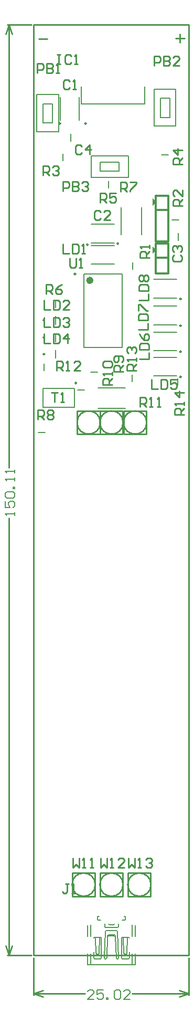
<source format=gto>
%FSLAX43Y43*%
%MOMM*%
G71*
G01*
G75*
%ADD10R,0.950X1.400*%
%ADD11R,0.900X1.400*%
%ADD12R,1.600X2.100*%
%ADD13O,2.000X0.600*%
%ADD14R,3.300X1.050*%
%ADD15R,1.050X2.950*%
%ADD16R,10.600X9.000*%
%ADD17R,0.600X1.550*%
%ADD18R,1.400X0.950*%
%ADD19R,1.050X3.300*%
%ADD20R,1.800X2.250*%
%ADD21R,1.050X1.400*%
%ADD22R,1.800X2.250*%
%ADD23R,2.100X1.600*%
%ADD24R,2.250X1.800*%
%ADD25C,0.800*%
%ADD26C,1.600*%
%ADD27C,2.000*%
%ADD28C,1.000*%
%ADD29C,0.500*%
%ADD30C,0.400*%
%ADD31C,0.700*%
%ADD32C,3.000*%
%ADD33C,1.500*%
%ADD34C,1.800*%
%ADD35C,0.600*%
%ADD36R,5.000X8.175*%
%ADD37C,0.254*%
%ADD38C,0.152*%
%ADD39R,1.524X1.524*%
%ADD40R,3.064X3.064*%
%ADD41O,1.600X2.300*%
%ADD42C,1.200*%
%ADD43R,1.524X1.524*%
%ADD44C,2.032*%
%ADD45C,1.524*%
%ADD46C,0.250*%
%ADD47C,0.200*%
%ADD48C,0.305*%
G36*
X19812Y113792D02*
X19177Y113157D01*
Y114427D01*
X19812Y113792D01*
D02*
G37*
G36*
Y121539D02*
X19177Y120904D01*
Y122174D01*
X19812Y121539D01*
D02*
G37*
D35*
X9376Y108913D02*
G03*
X9376Y108913I-300J0D01*
G01*
D37*
X18250Y85979D02*
G03*
X18250Y85979I-1867J0D01*
G01*
X14440D02*
G03*
X14440Y85979I-1867J0D01*
G01*
X10757D02*
G03*
X10757Y85979I-1867J0D01*
G01*
X18935Y11430D02*
G03*
X18935Y11430I-1867J0D01*
G01*
X14440D02*
G03*
X14440Y11430I-1867J0D01*
G01*
X9944D02*
G03*
X9944Y11430I-1867J0D01*
G01*
X14542Y87868D02*
X18224D01*
Y84113D02*
Y87868D01*
X14542Y84113D02*
Y87868D01*
Y84113D02*
X18224D01*
X10732Y87868D02*
X14414D01*
Y84113D02*
Y87868D01*
X10732Y84113D02*
Y87868D01*
Y84113D02*
X14414D01*
X7049Y87868D02*
X10731D01*
Y84113D02*
Y87868D01*
X7049Y84113D02*
Y87868D01*
Y84113D02*
X10731D01*
X15228Y13319D02*
X18910D01*
Y9564D02*
Y13319D01*
X15228Y9564D02*
Y13319D01*
Y9564D02*
X18910D01*
X10732Y13319D02*
X14414D01*
Y9564D02*
Y13319D01*
X10732Y9564D02*
Y13319D01*
Y9564D02*
X14414D01*
X6236Y13319D02*
X9918D01*
Y9564D02*
Y13319D01*
X6236Y9564D02*
Y13319D01*
Y9564D02*
X9918D01*
X825Y147850D02*
X2150D01*
X22900Y147950D02*
X24350D01*
X23650Y147250D02*
Y148650D01*
X17076Y96250D02*
X18600D01*
Y97266D01*
X17076Y97774D02*
X18600D01*
Y98535D01*
X18346Y98789D01*
X17330D01*
X17076Y98535D01*
Y97774D01*
Y100313D02*
X17330Y99805D01*
X17838Y99297D01*
X18346D01*
X18600Y99551D01*
Y100059D01*
X18346Y100313D01*
X18092D01*
X17838Y100059D01*
Y99297D01*
X16951Y100950D02*
X18475D01*
Y101966D01*
X16951Y102474D02*
X18475D01*
Y103235D01*
X18221Y103489D01*
X17205D01*
X16951Y103235D01*
Y102474D01*
Y103997D02*
Y105013D01*
X17205D01*
X18221Y103997D01*
X18475D01*
X19075Y92949D02*
Y91425D01*
X20091D01*
X20599Y92949D02*
Y91425D01*
X21360D01*
X21614Y91679D01*
Y92695D01*
X21360Y92949D01*
X20599D01*
X23138D02*
X22122D01*
Y92187D01*
X22630Y92441D01*
X22884D01*
X23138Y92187D01*
Y91679D01*
X22884Y91425D01*
X22376D01*
X22122Y91679D01*
X17001Y105725D02*
X18525D01*
Y106741D01*
X17001Y107249D02*
X18525D01*
Y108010D01*
X18271Y108264D01*
X17255D01*
X17001Y108010D01*
Y107249D01*
X17255Y108772D02*
X17001Y109026D01*
Y109534D01*
X17255Y109788D01*
X17509D01*
X17763Y109534D01*
X18017Y109788D01*
X18271D01*
X18525Y109534D01*
Y109026D01*
X18271Y108772D01*
X18017D01*
X17763Y109026D01*
X17509Y108772D01*
X17255D01*
X17763Y109026D02*
Y109534D01*
X3800Y145349D02*
X4308D01*
X4054D01*
Y143825D01*
X3800D01*
X4308D01*
X6085Y145095D02*
X5831Y145349D01*
X5324D01*
X5070Y145095D01*
Y144079D01*
X5324Y143825D01*
X5831D01*
X6085Y144079D01*
X6593Y143825D02*
X7101D01*
X6847D01*
Y145349D01*
X6593Y145095D01*
X5677Y11569D02*
X5169D01*
X5423D01*
Y10300D01*
X5169Y10046D01*
X4915D01*
X4661Y10300D01*
X6184Y10046D02*
X6692D01*
X6438D01*
Y11569D01*
X6184Y11315D01*
X1651Y105740D02*
Y104216D01*
X2667D01*
X3175Y105740D02*
Y104216D01*
X3936D01*
X4190Y104470D01*
Y105486D01*
X3936Y105740D01*
X3175D01*
X5714Y104216D02*
X4698D01*
X5714Y105232D01*
Y105486D01*
X5460Y105740D01*
X4952D01*
X4698Y105486D01*
X1651Y102946D02*
Y101422D01*
X2667D01*
X3175Y102946D02*
Y101422D01*
X3936D01*
X4190Y101676D01*
Y102692D01*
X3936Y102946D01*
X3175D01*
X4698Y102692D02*
X4952Y102946D01*
X5460D01*
X5714Y102692D01*
Y102438D01*
X5460Y102184D01*
X5206D01*
X5460D01*
X5714Y101930D01*
Y101676D01*
X5460Y101422D01*
X4952D01*
X4698Y101676D01*
X1651Y100279D02*
Y98755D01*
X2667D01*
X3175Y100279D02*
Y98755D01*
X3936D01*
X4190Y99009D01*
Y100025D01*
X3936Y100279D01*
X3175D01*
X5460Y98755D02*
Y100279D01*
X4698Y99517D01*
X5714D01*
X4700Y114799D02*
Y113275D01*
X5716D01*
X6224Y114799D02*
Y113275D01*
X6985D01*
X7239Y113529D01*
Y114545D01*
X6985Y114799D01*
X6224D01*
X7747Y113275D02*
X8255D01*
X8001D01*
Y114799D01*
X7747Y114545D01*
X550Y142400D02*
Y143924D01*
X1312D01*
X1566Y143670D01*
Y143162D01*
X1312Y142908D01*
X550D01*
X2074Y143924D02*
Y142400D01*
X2835D01*
X3089Y142654D01*
Y142908D01*
X2835Y143162D01*
X2074D01*
X2835D01*
X3089Y143416D01*
Y143670D01*
X2835Y143924D01*
X2074D01*
X3597Y142400D02*
X4105D01*
X3851D01*
Y143924D01*
X3597Y143670D01*
X19431Y143561D02*
Y145084D01*
X20193D01*
X20447Y144830D01*
Y144323D01*
X20193Y144069D01*
X19431D01*
X20955Y145084D02*
Y143561D01*
X21716D01*
X21970Y143815D01*
Y144069D01*
X21716Y144323D01*
X20955D01*
X21716D01*
X21970Y144576D01*
Y144830D01*
X21716Y145084D01*
X20955D01*
X23494Y143561D02*
X22478D01*
X23494Y144576D01*
Y144830D01*
X23240Y145084D01*
X22732D01*
X22478Y144830D01*
X4725Y123350D02*
Y124874D01*
X5487D01*
X5741Y124620D01*
Y124112D01*
X5487Y123858D01*
X4725D01*
X6249Y124874D02*
Y123350D01*
X7010D01*
X7264Y123604D01*
Y123858D01*
X7010Y124112D01*
X6249D01*
X7010D01*
X7264Y124366D01*
Y124620D01*
X7010Y124874D01*
X6249D01*
X7772Y124620D02*
X8026Y124874D01*
X8534D01*
X8788Y124620D01*
Y124366D01*
X8534Y124112D01*
X8280D01*
X8534D01*
X8788Y123858D01*
Y123604D01*
X8534Y123350D01*
X8026D01*
X7772Y123604D01*
X1500Y125875D02*
Y127399D01*
X2262D01*
X2516Y127145D01*
Y126637D01*
X2262Y126383D01*
X1500D01*
X2008D02*
X2516Y125875D01*
X3024Y127145D02*
X3277Y127399D01*
X3785D01*
X4039Y127145D01*
Y126891D01*
X3785Y126637D01*
X3531D01*
X3785D01*
X4039Y126383D01*
Y126129D01*
X3785Y125875D01*
X3277D01*
X3024Y126129D01*
X24050Y127675D02*
X22526D01*
Y128437D01*
X22780Y128691D01*
X23288D01*
X23542Y128437D01*
Y127675D01*
Y128183D02*
X24050Y128691D01*
Y129960D02*
X22526D01*
X23288Y129199D01*
Y130214D01*
X10725Y121425D02*
Y122949D01*
X11487D01*
X11741Y122695D01*
Y122187D01*
X11487Y121933D01*
X10725D01*
X11233D02*
X11741Y121425D01*
X13264Y122949D02*
X12249D01*
Y122187D01*
X12756Y122441D01*
X13010D01*
X13264Y122187D01*
Y121679D01*
X13010Y121425D01*
X12502D01*
X12249Y121679D01*
X675Y86450D02*
Y87974D01*
X1437D01*
X1691Y87720D01*
Y87212D01*
X1437Y86958D01*
X675D01*
X1183D02*
X1691Y86450D01*
X2199Y87720D02*
X2452Y87974D01*
X2960D01*
X3214Y87720D01*
Y87466D01*
X2960Y87212D01*
X3214Y86958D01*
Y86704D01*
X2960Y86450D01*
X2452D01*
X2199Y86704D01*
Y86958D01*
X2452Y87212D01*
X2199Y87466D01*
Y87720D01*
X2452Y87212D02*
X2960D01*
X14425Y94200D02*
X12901D01*
Y94962D01*
X13155Y95216D01*
X13663D01*
X13917Y94962D01*
Y94200D01*
Y94708D02*
X14425Y95216D01*
X14171Y95724D02*
X14425Y95977D01*
Y96485D01*
X14171Y96739D01*
X13155D01*
X12901Y96485D01*
Y95977D01*
X13155Y95724D01*
X13409D01*
X13663Y95977D01*
Y96739D01*
X12650Y92075D02*
X11126D01*
Y92837D01*
X11380Y93091D01*
X11888D01*
X12142Y92837D01*
Y92075D01*
Y92583D02*
X12650Y93091D01*
Y93599D02*
Y94106D01*
Y93852D01*
X11126D01*
X11380Y93599D01*
Y94868D02*
X11126Y95122D01*
Y95630D01*
X11380Y95884D01*
X12396D01*
X12650Y95630D01*
Y95122D01*
X12396Y94868D01*
X11380D01*
X17150Y88550D02*
Y90074D01*
X17912D01*
X18166Y89820D01*
Y89312D01*
X17912Y89058D01*
X17150D01*
X17658D02*
X18166Y88550D01*
X18674D02*
X19181D01*
X18927D01*
Y90074D01*
X18674Y89820D01*
X19943Y88550D02*
X20451D01*
X20197D01*
Y90074D01*
X19943Y89820D01*
X2032Y106756D02*
Y108280D01*
X2794D01*
X3048Y108026D01*
Y107518D01*
X2794Y107264D01*
X2032D01*
X2540D02*
X3048Y106756D01*
X4571Y108280D02*
X4063Y108026D01*
X3556Y107518D01*
Y107010D01*
X3809Y106756D01*
X4317D01*
X4571Y107010D01*
Y107264D01*
X4317Y107518D01*
X3556D01*
X16600Y94325D02*
X15076D01*
Y95087D01*
X15330Y95341D01*
X15838D01*
X16092Y95087D01*
Y94325D01*
Y94833D02*
X16600Y95341D01*
Y95849D02*
Y96356D01*
Y96102D01*
X15076D01*
X15330Y95849D01*
Y97118D02*
X15076Y97372D01*
Y97880D01*
X15330Y98134D01*
X15584D01*
X15838Y97880D01*
Y97626D01*
Y97880D01*
X16092Y98134D01*
X16346D01*
X16600Y97880D01*
Y97372D01*
X16346Y97118D01*
X18675Y112575D02*
X17151D01*
Y113337D01*
X17405Y113591D01*
X17913D01*
X18167Y113337D01*
Y112575D01*
Y113083D02*
X18675Y113591D01*
Y114099D02*
Y114606D01*
Y114352D01*
X17151D01*
X17405Y114099D01*
X3750Y94350D02*
Y95874D01*
X4512D01*
X4766Y95620D01*
Y95112D01*
X4512Y94858D01*
X3750D01*
X4258D02*
X4766Y94350D01*
X5273D02*
X5781D01*
X5527D01*
Y95874D01*
X5273Y95620D01*
X7559Y94350D02*
X6543D01*
X7559Y95366D01*
Y95620D01*
X7305Y95874D01*
X6797D01*
X6543Y95620D01*
X24325Y87250D02*
X22801D01*
Y88012D01*
X23055Y88266D01*
X23563D01*
X23817Y88012D01*
Y87250D01*
Y87758D02*
X24325Y88266D01*
Y88774D02*
Y89281D01*
Y89027D01*
X22801D01*
X23055Y88774D01*
X24325Y90805D02*
X22801D01*
X23563Y90043D01*
Y91059D01*
X2825Y90824D02*
X3841D01*
X3333D01*
Y89300D01*
X4349D02*
X4856D01*
X4602D01*
Y90824D01*
X4349Y90570D01*
X15316Y15722D02*
Y14199D01*
X15824Y14706D01*
X16332Y14199D01*
Y15722D01*
X16840Y14199D02*
X17348D01*
X17094D01*
Y15722D01*
X16840Y15468D01*
X18109D02*
X18363Y15722D01*
X18871D01*
X19125Y15468D01*
Y15214D01*
X18871Y14960D01*
X18617D01*
X18871D01*
X19125Y14706D01*
Y14453D01*
X18871Y14199D01*
X18363D01*
X18109Y14453D01*
X10846Y15722D02*
Y14199D01*
X11354Y14706D01*
X11861Y14199D01*
Y15722D01*
X12369Y14199D02*
X12877D01*
X12623D01*
Y15722D01*
X12369Y15468D01*
X14655Y14199D02*
X13639D01*
X14655Y15214D01*
Y15468D01*
X14401Y15722D01*
X13893D01*
X13639Y15468D01*
X6350Y15722D02*
Y14199D01*
X6858Y14706D01*
X7366Y14199D01*
Y15722D01*
X7874Y14199D02*
X8381D01*
X8127D01*
Y15722D01*
X7874Y15468D01*
X9143Y14199D02*
X9651D01*
X9397D01*
Y15722D01*
X9143Y15468D01*
X14072Y123190D02*
Y124714D01*
X14833D01*
X15087Y124460D01*
Y123952D01*
X14833Y123698D01*
X14072D01*
X14579D02*
X15087Y123190D01*
X15595Y124714D02*
X16611D01*
Y124460D01*
X15595Y123444D01*
Y123190D01*
X5816Y140995D02*
X5562Y141249D01*
X5054D01*
X4800Y140995D01*
Y139979D01*
X5054Y139725D01*
X5562D01*
X5816Y139979D01*
X6324Y139725D02*
X6831D01*
X6577D01*
Y141249D01*
X6324Y140995D01*
X10841Y119945D02*
X10587Y120199D01*
X10079D01*
X9825Y119945D01*
Y118929D01*
X10079Y118675D01*
X10587D01*
X10841Y118929D01*
X12364Y118675D02*
X11349D01*
X12364Y119691D01*
Y119945D01*
X12110Y120199D01*
X11602D01*
X11349Y119945D01*
X7791Y130545D02*
X7537Y130799D01*
X7029D01*
X6775Y130545D01*
Y129529D01*
X7029Y129275D01*
X7537D01*
X7791Y129529D01*
X9060Y129275D02*
Y130799D01*
X8299Y130037D01*
X9314D01*
X5791Y112471D02*
Y111201D01*
X6045Y110947D01*
X6553D01*
X6807Y111201D01*
Y112471D01*
X7315Y110947D02*
X7823D01*
X7569D01*
Y112471D01*
X7315Y112217D01*
X22655Y112991D02*
X22401Y112737D01*
Y112229D01*
X22655Y111975D01*
X23671D01*
X23925Y112229D01*
Y112737D01*
X23671Y112991D01*
X22655Y113499D02*
X22401Y113752D01*
Y114260D01*
X22655Y114514D01*
X22909D01*
X23163Y114260D01*
Y114006D01*
Y114260D01*
X23417Y114514D01*
X23671D01*
X23925Y114260D01*
Y113752D01*
X23671Y113499D01*
X24067Y120982D02*
X22543D01*
Y121744D01*
X22797Y121998D01*
X23305D01*
X23559Y121744D01*
Y120982D01*
Y121490D02*
X24067Y121998D01*
Y123521D02*
Y122506D01*
X23051Y123521D01*
X22797D01*
X22543Y123267D01*
Y122759D01*
X22797Y122506D01*
X25019Y-6379D02*
Y-381D01*
X0Y-6379D02*
Y-381D01*
X15937Y-6125D02*
X25019D01*
X0D02*
X8269D01*
X23495Y-5617D02*
X25019Y-6125D01*
X23495Y-6633D02*
X25019Y-6125D01*
X0D02*
X1524Y-6633D01*
X0Y-6125D02*
X1524Y-5617D01*
X-4254Y0D02*
X-381D01*
X-4254Y150114D02*
X-381D01*
X-4000Y0D02*
Y70562D01*
Y78739D02*
Y150114D01*
Y0D02*
X-3492Y1524D01*
X-4508D02*
X-4000Y0D01*
X-4508Y148590D02*
X-4000Y150114D01*
X-3492Y148590D01*
X0Y0D02*
Y150114D01*
X25019D01*
Y0D02*
Y150114D01*
X0Y0D02*
X25019D01*
D38*
X9691Y-7039D02*
X8675D01*
X9691Y-6023D01*
Y-5770D01*
X9437Y-5516D01*
X8929D01*
X8675Y-5770D01*
X11214Y-5516D02*
X10199D01*
Y-6277D01*
X10707Y-6023D01*
X10960D01*
X11214Y-6277D01*
Y-6785D01*
X10960Y-7039D01*
X10453D01*
X10199Y-6785D01*
X11722Y-7039D02*
Y-6785D01*
X11976D01*
Y-7039D01*
X11722D01*
X12992Y-5770D02*
X13246Y-5516D01*
X13754D01*
X14007Y-5770D01*
Y-6785D01*
X13754Y-7039D01*
X13246D01*
X12992Y-6785D01*
Y-5770D01*
X15531Y-7039D02*
X14515D01*
X15531Y-6023D01*
Y-5770D01*
X15277Y-5516D01*
X14769D01*
X14515Y-5770D01*
X-3086Y70969D02*
Y71477D01*
Y71223D01*
X-4609D01*
X-4355Y70969D01*
X-4609Y73254D02*
Y72238D01*
X-3848D01*
X-4102Y72746D01*
Y73000D01*
X-3848Y73254D01*
X-3340D01*
X-3086Y73000D01*
Y72492D01*
X-3340Y72238D01*
X-4355Y73762D02*
X-4609Y74016D01*
Y74524D01*
X-4355Y74778D01*
X-3340D01*
X-3086Y74524D01*
Y74016D01*
X-3340Y73762D01*
X-4355D01*
X-3086Y75285D02*
X-3340D01*
Y75539D01*
X-3086D01*
Y75285D01*
Y76555D02*
Y77063D01*
Y76809D01*
X-4609D01*
X-4355Y76555D01*
X-3086Y77825D02*
Y78332D01*
Y78078D01*
X-4609D01*
X-4355Y77825D01*
D46*
X1781Y99695D02*
G03*
X1781Y99695I-125J0D01*
G01*
Y102489D02*
G03*
X1781Y102489I-125J0D01*
G01*
Y97028D02*
G03*
X1781Y97028I-125J0D01*
G01*
X6801Y109943D02*
G03*
X6801Y109943I-125J0D01*
G01*
X8502Y134232D02*
G03*
X8502Y134232I-125J0D01*
G01*
X6930Y92350D02*
G03*
X6930Y92350I-125J0D01*
G01*
X23834Y93346D02*
G03*
X23834Y93346I-125J0D01*
G01*
Y97410D02*
G03*
X23834Y97410I-125J0D01*
G01*
Y101601D02*
G03*
X23834Y101601I-125J0D01*
G01*
Y105919D02*
G03*
X23834Y105919I-125J0D01*
G01*
X8817Y114680D02*
G03*
X8817Y114680I-125J0D01*
G01*
X13717Y114859D02*
G03*
X13717Y114859I-125J0D01*
G01*
X4350Y134225D02*
G03*
X4350Y134225I-125J0D01*
G01*
D47*
X14556Y468D02*
G03*
X15081Y470I263J2D01*
G01*
X10060Y468D02*
G03*
X10586Y470I263J2D01*
G01*
X13234Y2911D02*
G03*
X12998Y3139I-236J-8D01*
G01*
X11426Y-414D02*
G03*
X11526Y-518I100J-3D01*
G01*
X12155Y3338D02*
G03*
X11919Y3110I0J-236D01*
G01*
X13227D02*
G03*
X12991Y3338I-236J-8D01*
G01*
X12148Y3139D02*
G03*
X11912Y2911I0J-236D01*
G01*
X11701Y-518D02*
G03*
X11801Y-421I0J100D01*
G01*
X13345Y-414D02*
G03*
X13445Y-511I100J3D01*
G01*
X13620D02*
G03*
X13720Y-408I0J100D01*
G01*
X13572Y3892D02*
G03*
X13473Y3989I-100J-3D01*
G01*
X11673D02*
G03*
X11574Y3892I0J-100D01*
G01*
X13573Y4539D02*
G03*
X13673Y4639I0J100D01*
G01*
X11473D02*
G03*
X11573Y4539I100J0D01*
G01*
X12923Y4989D02*
G03*
X13023Y5089I0J100D01*
G01*
X12123D02*
G03*
X12223Y4989I100J0D01*
G01*
X10323Y5839D02*
G03*
X10423Y5739I100J0D01*
G01*
X14723D02*
G03*
X14823Y5839I0J100D01*
G01*
Y6239D02*
G03*
X14723Y6339I-100J0D01*
G01*
X10423D02*
G03*
X10323Y6239I0J-100D01*
G01*
X15268Y2939D02*
G03*
X15164Y2836I0J-103D01*
G01*
X14471Y2843D02*
G03*
X14375Y2939I-96J0D01*
G01*
X15444Y2839D02*
G03*
X15344Y2939I-100J0D01*
G01*
X14294D02*
G03*
X14194Y2839I0J-100D01*
G01*
X14560Y358D02*
G03*
X15077Y358I259J0D01*
G01*
X15344Y-511D02*
G03*
X15444Y-411I0J100D01*
G01*
X14194D02*
G03*
X14294Y-511I100J0D01*
G01*
X10772Y2939D02*
G03*
X10669Y2836I0J-103D01*
G01*
X9976Y2843D02*
G03*
X9879Y2939I-96J0D01*
G01*
X10948Y2839D02*
G03*
X10848Y2939I-100J0D01*
G01*
X9798D02*
G03*
X9698Y2839I0J-100D01*
G01*
X10064Y358D02*
G03*
X10582Y358I259J0D01*
G01*
X10848Y-511D02*
G03*
X10948Y-411I0J100D01*
G01*
X9698D02*
G03*
X9798Y-511I100J0D01*
G01*
X3556Y104479D02*
Y105579D01*
Y99045D02*
Y100345D01*
Y101839D02*
Y103139D01*
X19459Y139779D02*
X22959D01*
X19459Y133779D02*
X22959D01*
X19459D02*
Y139779D01*
X22959Y133779D02*
Y139779D01*
X20459Y135204D02*
X21959D01*
X20459Y138279D02*
X21959D01*
Y135204D02*
Y138279D01*
X20459Y135204D02*
Y138279D01*
X3556Y96378D02*
Y97678D01*
X9698Y-411D02*
Y558D01*
X15444Y2815D02*
Y2839D01*
X9223Y-1461D02*
Y281D01*
X8723Y-1461D02*
Y257D01*
X15923Y-1461D02*
Y281D01*
X16423Y3121D02*
Y4907D01*
X10423Y6339D02*
X10537D01*
X15923Y3097D02*
Y4931D01*
X9223Y3097D02*
Y4931D01*
X11526Y-518D02*
X11701D01*
X12155Y3338D02*
X12991D01*
X12148Y3139D02*
X12998D01*
X11801Y-421D02*
X11919Y3110D01*
X13227D02*
X13345Y-414D01*
X13445Y-511D02*
X13620D01*
X13572Y3892D02*
X13720Y-408D01*
X11673Y3989D02*
X13473D01*
X11426Y-414D02*
X11574Y3892D01*
X14609Y6339D02*
X14723D01*
X13023Y5089D02*
Y5102D01*
X12223Y4989D02*
X12923D01*
X12123Y5089D02*
Y5102D01*
X10323Y5839D02*
Y6239D01*
X10423Y5739D02*
X10819Y5739D01*
X11473Y4639D02*
Y5085D01*
X11573Y4539D02*
X13573D01*
X13673Y4639D02*
Y5085D01*
X14327Y5739D02*
X14723Y5739D01*
X14823Y5839D02*
Y6239D01*
X15077Y358D02*
X15165Y2843D01*
X14471D02*
X14560Y358D01*
X14294Y2939D02*
X15344D01*
X15444Y-411D02*
Y563D01*
X14294Y-511D02*
X15344D01*
X14194Y-411D02*
Y2839D01*
X10582Y358D02*
X10669Y2843D01*
X9976D02*
X10064Y358D01*
X9798Y2939D02*
X10848D01*
X10948Y-411D02*
Y2839D01*
X9798Y-511D02*
X10848D01*
X9698Y2820D02*
X9698Y2839D01*
X8723Y3121D02*
Y4907D01*
X16423Y-1461D02*
Y257D01*
X8723Y-1461D02*
X16423D01*
X8076Y98113D02*
Y109913D01*
X14276Y98113D02*
Y109913D01*
X8076D02*
X14276D01*
X8076Y98113D02*
X14276D01*
X14098Y116291D02*
Y120691D01*
X17398Y116291D02*
Y120691D01*
X17927Y137332D02*
Y140132D01*
X7727Y137332D02*
X17927D01*
X7727D02*
Y140132D01*
X1550Y88400D02*
Y91500D01*
X6550Y88400D02*
Y91500D01*
X1550Y88400D02*
X6550D01*
X1550Y91500D02*
X6550D01*
X725Y84400D02*
X1825D01*
X1700Y94400D02*
Y95500D01*
X7070Y91186D02*
X8170D01*
X10373Y88266D02*
X14773D01*
X10373Y91566D02*
X14773D01*
X9229Y94075D02*
X10329D01*
X15875Y92541D02*
Y93641D01*
X23275Y92000D02*
Y93100D01*
X19359Y93496D02*
X23059D01*
X19359Y96496D02*
X23059D01*
X19359Y97560D02*
X23059D01*
X19359Y100560D02*
X23059D01*
X19359Y101751D02*
X23059D01*
X19359Y104751D02*
X23059D01*
X19359Y106069D02*
X23059D01*
X19359Y109069D02*
X23059D01*
X16002Y110702D02*
Y111802D01*
X23368Y115376D02*
Y116526D01*
X22350Y118625D02*
X23450D01*
X9342Y114530D02*
X13042D01*
X9342Y111530D02*
X13042D01*
X9342Y114959D02*
X13042D01*
X9342Y117959D02*
X13042D01*
X12065Y123783D02*
Y124883D01*
X15319Y125504D02*
Y129004D01*
X9319Y125504D02*
Y129004D01*
X15319D01*
X9319Y125504D02*
X15319D01*
X10744Y126504D02*
Y128004D01*
X13819Y126504D02*
Y128004D01*
X10744Y126504D02*
X13819D01*
X10744Y128004D02*
X13819D01*
X4699Y128228D02*
Y129328D01*
X5969Y131378D02*
Y132528D01*
X4325Y134775D02*
Y138475D01*
X7325Y134775D02*
Y138475D01*
X20659Y129159D02*
X21759D01*
X536Y138890D02*
X4036D01*
X536Y132890D02*
X4036D01*
X536D02*
Y138890D01*
X4036Y132890D02*
Y138890D01*
X1536Y134315D02*
X3036D01*
X1536Y137390D02*
X3036D01*
Y134315D02*
Y137390D01*
X1536Y134315D02*
Y137390D01*
D48*
X19685Y114808D02*
X21717D01*
X19685Y112522D02*
X21717D01*
X19685Y109995D02*
X21717D01*
X19685D02*
Y114808D01*
X21717Y109995D02*
Y114808D01*
Y115210D02*
Y122555D01*
X19685Y115210D02*
Y122555D01*
Y115210D02*
X21717D01*
X19685Y120269D02*
X21717D01*
X19685Y122555D02*
X21717D01*
M02*

</source>
